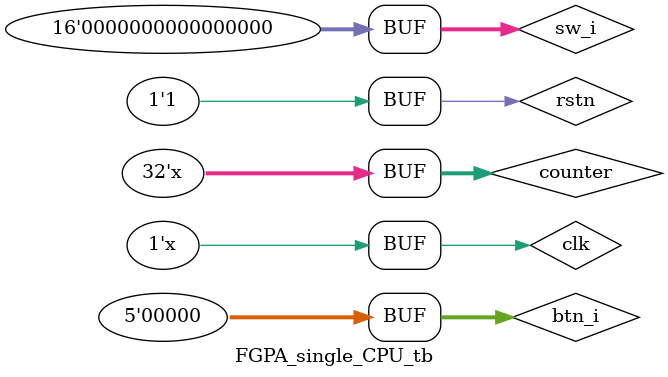
<source format=v>
module FGPA_single_CPU_tb();
    reg clk, rstn;
    wire [4:0]btn_i;
    wire [15:0]sw_i;
    wire[31:0] pc;

    wire [7:0]disp_an_o, disp_seg_o;
    wire [15:0]led_o;
    
    assign btn_i = 5'b0;
    assign sw_i = 16'b0;
   
    top xgriscv(
        .rstn (rstn),
        .btn_i (btn_i),
        .sw_i (sw_i),
        .clk (clk),

        .disp_an_o (disp_an_o),
        .disp_seg_o (disp_seg_o),
        .led_o (led_o)
    );

    integer counter = 0;
   
    initial begin
        // input instruction for simulation
        // $readmemh("test_SINGLE.hex", xgriscv.U_imem.RAM);
          clk = 1;
          rstn = 1;
          #1;
          rstn = 0;
          #1;
          rstn = 1;
    end
   
    always begin
        #(1) clk = ~clk;

        if (clk == 1'b1) 
        begin
            counter = counter + 1;
//            $display("pc:\t %h", xgriscv.PC_out);
//            $display("instr:\t\t %h", xgriscv.spo[31:0]);
            /*if (pc == 32'h8000078) begin 
                $stop;
            end*/
        end
      
    end
endmodule

</source>
